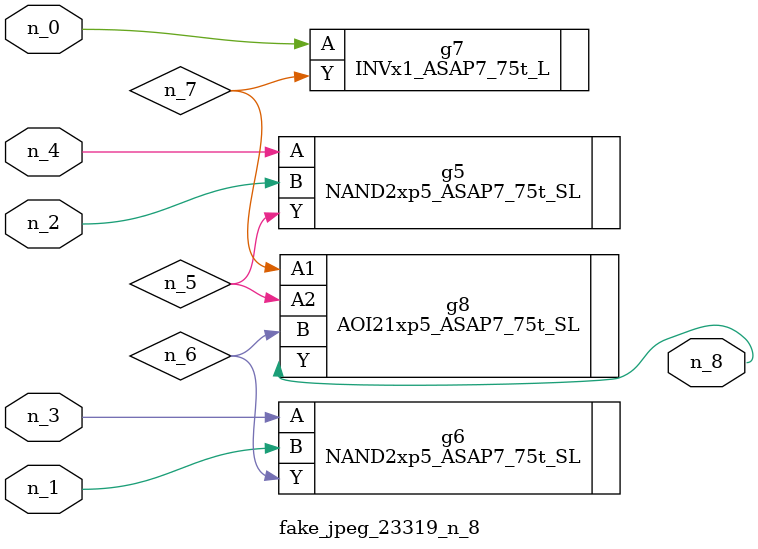
<source format=v>
module fake_jpeg_23319_n_8 (n_3, n_2, n_1, n_0, n_4, n_8);

input n_3;
input n_2;
input n_1;
input n_0;
input n_4;

output n_8;

wire n_6;
wire n_5;
wire n_7;

NAND2xp5_ASAP7_75t_SL g5 ( 
.A(n_4),
.B(n_2),
.Y(n_5)
);

NAND2xp5_ASAP7_75t_SL g6 ( 
.A(n_3),
.B(n_1),
.Y(n_6)
);

INVx1_ASAP7_75t_L g7 ( 
.A(n_0),
.Y(n_7)
);

AOI21xp5_ASAP7_75t_SL g8 ( 
.A1(n_7),
.A2(n_5),
.B(n_6),
.Y(n_8)
);


endmodule
</source>
